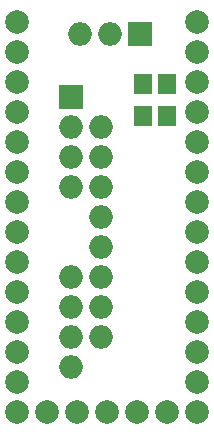
<source format=gbr>
G04 #@! TF.FileFunction,Soldermask,Top*
%FSLAX46Y46*%
G04 Gerber Fmt 4.6, Leading zero omitted, Abs format (unit mm)*
G04 Created by KiCad (PCBNEW 4.0.0-rc1-stable) date 28/03/2017 11:06:10*
%MOMM*%
G01*
G04 APERTURE LIST*
%ADD10C,0.076200*%
%ADD11R,2.004800X2.004800*%
%ADD12O,2.004800X2.004800*%
%ADD13R,1.604800X1.804800*%
%ADD14C,2.006600*%
G04 APERTURE END LIST*
D10*
D11*
X108204000Y-98806000D03*
D12*
X105664000Y-98806000D03*
X103124000Y-98806000D03*
D13*
X110490000Y-105744000D03*
X110490000Y-103044000D03*
X108458000Y-103044000D03*
X108458000Y-105744000D03*
D14*
X113030000Y-100330000D03*
X113030000Y-102870000D03*
X113030000Y-105410000D03*
X113030000Y-107950000D03*
X113030000Y-110490000D03*
X113030000Y-113030000D03*
X113030000Y-115570000D03*
X113030000Y-118110000D03*
X113030000Y-120650000D03*
X113030000Y-123190000D03*
X113030000Y-125730000D03*
X113030000Y-128270000D03*
X113030000Y-130810000D03*
X97790000Y-130810000D03*
X97790000Y-128270000D03*
X97790000Y-125730000D03*
X97790000Y-123190000D03*
X97790000Y-120650000D03*
X97790000Y-118110000D03*
X97790000Y-115570000D03*
X97790000Y-113030000D03*
X97790000Y-110490000D03*
X97790000Y-107950000D03*
X97790000Y-105410000D03*
X97790000Y-102870000D03*
X97790000Y-100330000D03*
X97790000Y-97790000D03*
X113030000Y-97790000D03*
X110490000Y-130810000D03*
X107950000Y-130810000D03*
X105410000Y-130810000D03*
X102870000Y-130810000D03*
X100330000Y-130810000D03*
D11*
X102362000Y-104140000D03*
D12*
X102362000Y-106680000D03*
X104902000Y-106680000D03*
X102362000Y-109220000D03*
X104902000Y-109220000D03*
X102362000Y-111760000D03*
X104902000Y-111760000D03*
X104902000Y-114300000D03*
X104902000Y-116840000D03*
X102362000Y-119380000D03*
X104902000Y-119380000D03*
X102362000Y-121920000D03*
X104902000Y-121920000D03*
X102362000Y-124460000D03*
X104902000Y-124460000D03*
X102362000Y-127000000D03*
M02*

</source>
